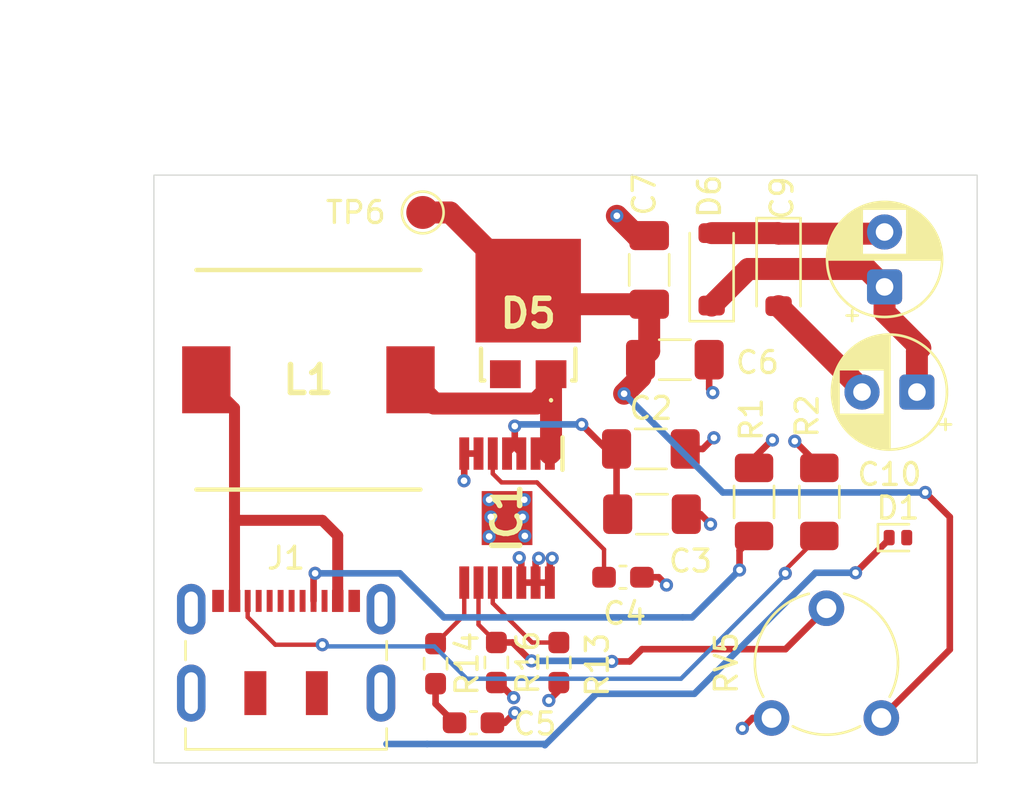
<source format=kicad_pcb>
(kicad_pcb (version 20241229) (generator "pcbnew") (generator_version "9.0")
  (layers (0 "F.Cu" signal) (4 "In1.Cu" power) (6 "In2.Cu" power) (2 "B.Cu" signal) (13 "F.Paste" user) (15 "B.Paste" user) (5 "F.SilkS" user "F.Silkscreen") (7 "B.SilkS" user "B.Silkscreen") (1 "F.Mask" user) (3 "B.Mask" user) (25 "Edge.Cuts" user))
  (net 0 "")
  (net 1 "5 V")
  (net 2 "GND")
  (net 3 "Net-(IC1-SS)")
  (net 4 "Net-(C5-Pad1)")
  (net 5 "25V")
  (net 6 "Net-(D5-A_1)")
  (net 7 "Net-(D6-A)")
  (net 8 "-25V")
  (net 10 "Net-(IC1-FB)")
  (net 12 "Net-(IC1-COMP)")
  (net 13 "Net-(IC1-FREQ)")
  (net 14 "Net-(J1-GND-PadA1)")
  (net 16 "Net-(J1-CC2)")
  (net 17 "Net-(J1-CC1)")
  (footprint "Capacitor_SMD:C_1206_3216Metric_Pad1.33x1.80mm_HandSolder" (layer "F.Cu") (at 145.923 64.5414)
    (property "Reference" "C6" (at 3.7592 0.127 0) (layer "F.SilkS"))
    (property "Value" "4u7")
    (pad "1" smd roundrect (at -1.5625 0) (size 1.325 1.8) (layers "F.Cu" "F.Mask" "F.Paste") (roundrect_rratio 0.188679) (net 5 "25V"))
    (pad "2" smd roundrect (at 1.5625 0) (size 1.325 1.8) (layers "F.Cu" "F.Mask" "F.Paste") (roundrect_rratio 0.188679) (net 2 "GND"))
  )
  (footprint "TestPoint:TestPoint_Pad_D1.5mm" (layer "F.Cu") (at 134.4422 57.8358)
    (property "Reference" "TP6" (at -3.048 0 0) (layer "F.SilkS"))
    (property "Value" "TestPoint" (hide yes))
    (pad "1" smd circle (at 0 0) (size 1.5 1.5) (layers "F.Cu" "F.Mask") (net 5 "25V"))
  )
  (footprint "Capacitor_SMD:C_0603_1608Metric_Pad1.08x0.95mm_HandSolder" (layer "F.Cu") (at 136.7536 81.0768)
    (property "Reference" "C5" (at 2.794 0.0508 0) (layer "F.SilkS"))
    (property "Value" "1n")
    (pad "1" smd roundrect (at -0.8625 0) (size 1.075 0.95) (layers "F.Cu" "F.Mask" "F.Paste") (net 4 "Net-(C5-Pad1)"))
    (pad "2" smd roundrect (at 0.8625 0) (size 1.075 0.95) (layers "F.Cu" "F.Mask" "F.Paste") (net 2 "GND"))
  )
  (footprint "Capacitor_THT:CP_Radial_D5.0mm_P2.50mm" (layer "F.Cu") (at 155.4734 61.225313 90)
    (property "Reference" "C9" (at 4.049913 -4.6736 90) (layer "F.SilkS"))
    (property "Value" "100n")
    (pad "1" thru_hole roundrect (at 0 0 90) (size 1.6 1.6) (drill 0.8) (layers "*.Cu" "*.Mask") (roundrect_rratio 0.15625) (net 6 "Net-(D5-A_1)"))
    (pad "2" thru_hole circle (at 2.5 0 90) (size 1.6 1.6) (drill 0.8) (layers "*.Cu" "*.Mask") (net 7 "Net-(D6-A)"))
  )
  (footprint "Resistor_SMD:R_1206_3216Metric_Pad1.30x1.75mm_HandSolder" (layer "F.Cu") (at 149.5298 71.0184 90)
    (property "Reference" "R1" (at 3.7592 -0.127 90) (layer "F.SilkS"))
    (property "Value" "5k1")
    (pad "1" smd roundrect (at -1.55 0 90) (size 1.3 1.75) (layers "F.Cu" "F.Mask" "F.Paste") (roundrect_rratio 0.192308) (net 16 "Net-(J1-CC2)"))
    (pad "2" smd roundrect (at 1.55 0 90) (size 1.3 1.75) (layers "F.Cu" "F.Mask" "F.Paste") (roundrect_rratio 0.192308) (net 2 "GND"))
  )
  (footprint "Capacitor_SMD:C_1206_3216Metric_Pad1.33x1.80mm_HandSolder" (layer "F.Cu") (at 144.8308 68.6054)
    (property "Reference" "C2" (at 0 -1.85 0) (layer "F.SilkS"))
    (property "Value" "4u7")
    (pad "1" smd roundrect (at -1.5625 0) (size 1.325 1.8) (layers "F.Cu" "F.Mask" "F.Paste") (roundrect_rratio 0.188679) (net 1 "5 V"))
    (pad "2" smd roundrect (at 1.5625 0) (size 1.325 1.8) (layers "F.Cu" "F.Mask" "F.Paste") (roundrect_rratio 0.188679) (net 2 "GND"))
  )
  (footprint "Potentiometer_THT:Potentiometer_Piher_PT-6-V_Vertical" (layer "F.Cu") (at 155.3268 80.859 90)
    (property "Reference" "RV5" (at 2.5 -7.06 90) (layer "F.SilkS"))
    (property "Value" "R_Potentiometer")
    (pad "1" thru_hole circle (at 0 0 90) (size 1.62 1.62) (drill 0.9) (layers "*.Cu" "*.Mask") (net 5 "25V"))
    (pad "2" thru_hole circle (at 5 -2.5 90) (size 1.62 1.62) (drill 0.9) (layers "*.Cu" "*.Mask") (net 10 "Net-(IC1-FB)"))
    (pad "3" thru_hole circle (at 0 -5 90) (size 1.62 1.62) (drill 0.9) (layers "*.Cu" "*.Mask") (net 2 "GND"))
  )
  (footprint "Capacitor_THT:CP_Radial_D5.0mm_P2.50mm" (layer "F.Cu") (at 156.9466 66.0146 180)
    (property "Reference" "C10" (at 1.25 -3.75 0) (layer "F.SilkS"))
    (property "Value" "100n")
    (pad "1" thru_hole roundrect (at 0 0 180) (size 1.6 1.6) (drill 0.8) (layers "*.Cu" "*.Mask") (roundrect_rratio 0.15625) (net 6 "Net-(D5-A_1)"))
    (pad "2" thru_hole circle (at 2.5 0 180) (size 1.6 1.6) (drill 0.8) (layers "*.Cu" "*.Mask") (net 8 "-25V"))
  )
  (footprint "Diode_SMD:D_SOD-882D" (layer "F.Cu") (at 156.083 72.644)
    (property "Reference" "D1" (at 0 -1.35 0) (layer "F.SilkS"))
    (property "Value" "PESD5V0L1ULD")
    (pad "1" smd roundrect (at -0.4 0) (size 0.5 0.7) (layers "F.Cu" "F.Mask") (net 1 "5 V"))
    (pad "2" smd roundrect (at 0.4 0) (size 0.5 0.7) (layers "F.Cu" "F.Mask") (net 2 "GND"))
  )
  (footprint "Capacitor_SMD:C_1206_3216Metric_Pad1.33x1.80mm_HandSolder" (layer "F.Cu") (at 144.8816 71.5772)
    (property "Reference" "C3" (at 1.7526 2.1336 0) (layer "F.SilkS"))
    (property "Value" "4u7")
    (pad "1" smd roundrect (at -1.5625 0) (size 1.325 1.8) (layers "F.Cu" "F.Mask" "F.Paste") (roundrect_rratio 0.188679) (net 1 "5 V"))
    (pad "2" smd roundrect (at 1.5625 0) (size 1.325 1.8) (layers "F.Cu" "F.Mask" "F.Paste") (roundrect_rratio 0.188679) (net 2 "GND"))
  )
  (footprint "Amjad_lib:SOP65P640X120-15N" (layer "F.Cu") (at 138.2812 71.75395 -90)
    (property "Reference" "IC1" (at 0 0 90) (layer "F.SilkS") (effects (font (size 1.27 1.27) (thickness 0.254))))
    (property "Value" "TPS61175QPWPRQ1" (hide yes))
    (pad "1" smd rect (at -2.938 -1.95) (size 0.45 1.475) (layers "F.Cu" "F.Mask" "F.Paste") (net 6 "Net-(D5-A_1)"))
    (pad "2" smd rect (at -2.938 -1.3) (size 0.45 1.475) (layers "F.Cu" "F.Mask" "F.Paste") (net 6 "Net-(D5-A_1)"))
    (pad "3" smd rect (at -2.938 -0.65) (size 0.45 1.475) (layers "F.Cu" "F.Mask" "F.Paste") (net 1 "5 V"))
    (pad "4" smd rect (at -2.938 0) (size 0.45 1.475) (layers "F.Cu" "F.Mask" "F.Paste") (net 1 "5 V"))
    (pad "5" smd rect (at -2.938 0.65) (size 0.45 1.475) (layers "F.Cu" "F.Mask" "F.Paste") (net 3 "Net-(IC1-SS)"))
    (pad "6" smd rect (at -2.938 1.3) (size 0.45 1.475) (layers "F.Cu" "F.Mask" "F.Paste") (net 2 "GND"))
    (pad "7" smd rect (at -2.938 1.95) (size 0.45 1.475) (layers "F.Cu" "F.Mask" "F.Paste") (net 2 "GND"))
    (pad "8" smd rect (at 2.938 1.95) (size 0.45 1.475) (layers "F.Cu" "F.Mask" "F.Paste") (net 12 "Net-(IC1-COMP)"))
    (pad "9" smd rect (at 2.938 1.3) (size 0.45 1.475) (layers "F.Cu" "F.Mask" "F.Paste") (net 10 "Net-(IC1-FB)"))
    (pad "10" smd rect (at 2.938 0.65) (size 0.45 1.475) (layers "F.Cu" "F.Mask" "F.Paste") (net 13 "Net-(IC1-FREQ)"))
    (pad "11" smd rect (at 2.938 0) (size 0.45 1.475) (layers "F.Cu" "F.Mask" "F.Paste"))
    (pad "12" smd rect (at 2.938 -0.65) (size 0.45 1.475) (layers "F.Cu" "F.Mask" "F.Paste") (net 2 "GND"))
    (pad "13" smd rect (at 2.938 -1.3) (size 0.45 1.475) (layers "F.Cu" "F.Mask" "F.Paste") (net 2 "GND"))
    (pad "14" smd rect (at 2.938 -1.95) (size 0.45 1.475) (layers "F.Cu" "F.Mask" "F.Paste") (net 2 "GND"))
    (pad "15" smd rect (at 0 0) (size 2.31 2.46) (layers "F.Cu" "F.Mask" "F.Paste") (net 2 "GND"))
  )
  (footprint "Connector_USB:USB_C_Receptacle_JAE_DX07S016JA1R1500" (layer "F.Cu") (at 128.2192 78.5756)
    (property "Reference" "J1" (at 0 -5 0) (layer "F.SilkS"))
    (property "Value" "USB_C_Receptacle_PowerOnly_24P")
    (pad "" np_thru_hole circle (at -3 -1.95) (size 0.6 0.6) (drill 0.6) (layers "F&B.Cu" "*.Mask"))
    (pad "" smd rect (at -1.4 1.15) (size 1 2) (layers "F.Cu" "F.Mask" "F.Paste"))
    (pad "" smd rect (at 1.4 1.15) (size 1 2) (layers "F.Cu" "F.Mask" "F.Paste"))
    (pad "" np_thru_hole oval (at 3 -1.95) (size 0.85 0.6) (drill oval 0.85 0.6) (layers "F&B.Cu" "*.Mask"))
    (pad "A1" smd rect (at -3.1 -3.05) (size 0.52 1) (layers "F.Cu" "F.Mask" "F.Paste") (net 14 "Net-(J1-GND-PadA1)"))
    (pad "A4" smd rect (at -2.35 -3.05) (size 0.52 1) (layers "F.Cu" "F.Mask" "F.Paste") (net 1 "5 V"))
    (pad "A5" smd rect (at -1.75 -3.05) (size 0.27 1) (layers "F.Cu" "F.Mask" "F.Paste") (net 17 "Net-(J1-CC1)"))
    (pad "A6" smd rect (at -0.25 -3.05) (size 0.27 1) (layers "F.Cu" "F.Mask" "F.Paste"))
    (pad "A7" smd rect (at 0.75 -3.05) (size 0.27 1) (layers "F.Cu" "F.Mask" "F.Paste"))
    (pad "A8" smd rect (at 1.75 -3.05) (size 0.27 1) (layers "F.Cu" "F.Mask" "F.Paste"))
    (pad "A9" smd rect (at 2.35 -3.05) (size 0.52 1) (layers "F.Cu" "F.Mask" "F.Paste") (net 1 "5 V"))
    (pad "A12" smd rect (at 3.1 -3.05) (size 0.52 1) (layers "F.Cu" "F.Mask" "F.Paste") (net 14 "Net-(J1-GND-PadA1)"))
    (pad "B1" smd rect (at 3.1 -3.05) (size 0.52 1) (layers "F.Cu" "F.Mask" "F.Paste") (net 14 "Net-(J1-GND-PadA1)"))
    (pad "B4" smd rect (at 2.35 -3.05) (size 0.52 1) (layers "F.Cu" "F.Mask" "F.Paste") (net 1 "5 V"))
    (pad "B5" smd rect (at 1.25 -3.05) (size 0.27 1) (layers "F.Cu" "F.Mask" "F.Paste") (net 16 "Net-(J1-CC2)"))
    (pad "B6" smd rect (at 0.25 -3.05) (size 0.27 1) (layers "F.Cu" "F.Mask" "F.Paste"))
    (pad "B7" smd rect (at -0.75 -3.05) (size 0.27 1) (layers "F.Cu" "F.Mask" "F.Paste"))
    (pad "B8" smd rect (at -1.25 -3.05) (size 0.27 1) (layers "F.Cu" "F.Mask" "F.Paste"))
    (pad "B9" smd rect (at -2.35 -3.05) (size 0.52 1) (layers "F.Cu" "F.Mask" "F.Paste") (net 1 "5 V"))
    (pad "B12" smd rect (at -3.1 -3.05) (size 0.52 1) (layers "F.Cu" "F.Mask" "F.Paste") (net 14 "Net-(J1-GND-PadA1)"))
    (pad "S1" thru_hole oval (at -4.32 -2.675) (size 1.3 2.3) (drill oval 0.6 1.6) (property pad_prop_heatsink) (layers "*.Cu" "*.Mask"))
    (pad "S1" thru_hole oval (at -4.32 1.15) (size 1.3 2.6) (drill oval 0.6 1.9) (property pad_prop_heatsink) (layers "*.Cu" "*.Mask"))
    (pad "S1" thru_hole oval (at 4.32 -2.675) (size 1.3 2.3) (drill oval 0.6 1.6) (property pad_prop_heatsink) (layers "*.Cu" "*.Mask"))
    (pad "S1" thru_hole oval (at 4.32 1.15) (size 1.3 2.6) (drill oval 0.6 1.9) (property pad_prop_heatsink) (layers "*.Cu" "*.Mask"))
  )
  (footprint "Resistor_SMD:R_1206_3216Metric_Pad1.30x1.75mm_HandSolder" (layer "F.Cu") (at 152.5016 71.0184 90)
    (property "Reference" "R2" (at 3.9116 -0.5588 90) (layer "F.SilkS"))
    (property "Value" "5k1")
    (pad "1" smd roundrect (at -1.55 0 90) (size 1.3 1.75) (layers "F.Cu" "F.Mask" "F.Paste") (roundrect_rratio 0.192308) (net 17 "Net-(J1-CC1)"))
    (pad "2" smd roundrect (at 1.55 0 90) (size 1.3 1.75) (layers "F.Cu" "F.Mask" "F.Paste") (roundrect_rratio 0.192308) (net 2 "GND"))
  )
  (footprint "Diode_SMD:D_SOD-123" (layer "F.Cu") (at 147.5994 60.4266 90)
    (property "Reference" "D6" (at 3.3274 -0.1016 90) (layer "F.SilkS"))
    (property "Value" "MBR0520" (hide yes))
    (pad "1" smd roundrect (at -1.65 0 90) (size 0.9 1.2) (layers "F.Cu" "F.Mask" "F.Paste") (net 6 "Net-(D5-A_1)"))
    (pad "2" smd roundrect (at 1.65 0 90) (size 0.9 1.2) (layers "F.Cu" "F.Mask" "F.Paste") (net 7 "Net-(D6-A)"))
  )
  (footprint "Amjad_lib:INDPM102100X510N_Spule" (layer "F.Cu") (at 129.2352 65.4558)
    (property "Reference" "L1" (at 0 0 0) (layer "F.SilkS") (effects (font (size 1.27 1.27) (thickness 0.254))))
    (property "Value" "CDRH105RNP-220NC" (hide yes))
    (pad "1" smd rect (at -4.65 0) (size 2.2 3.05) (layers "F.Cu" "F.Mask" "F.Paste") (net 1 "5 V"))
    (pad "2" smd rect (at 4.65 0) (size 2.2 3.05) (layers "F.Cu" "F.Mask" "F.Paste") (net 6 "Net-(D5-A_1)"))
  )
  (footprint "Amjad_lib:SS3P6LE386A" (layer "F.Cu") (at 139.2442 62.4368)
    (property "Reference" "D5" (at 0 0 0) (layer "F.SilkS") (effects (font (size 1.27 1.27) (thickness 0.254))))
    (property "Value" "SS3P6L-E3_86A" (hide yes))
    (pad "1" smd rect (at 1.04 2.765 90) (size 1.27 1.4) (layers "F.Cu" "F.Mask" "F.Paste") (net 6 "Net-(D5-A_1)"))
    (pad "2" smd rect (at -1.04 2.765 90) (size 1.27 1.4) (layers "F.Cu" "F.Mask" "F.Paste"))
    (pad "3" smd rect (at 0 -1.04 90) (size 4.72 4.8) (layers "F.Cu" "F.Mask" "F.Paste") (net 5 "25V"))
  )
  (footprint "Resistor_SMD:R_0603_1608Metric_Pad0.98x0.95mm_HandSolder" (layer "F.Cu") (at 137.795 78.3317 -90)
    (property "Reference" "R16" (at 0 -1.43 90) (layer "F.SilkS"))
    (property "Value" "10K")
    (pad "1" smd roundrect (at -0.9125 0 270) (size 0.975 0.95) (layers "F.Cu" "F.Mask" "F.Paste") (net 10 "Net-(IC1-FB)"))
    (pad "2" smd roundrect (at 0.9125 0 270) (size 0.975 0.95) (layers "F.Cu" "F.Mask" "F.Paste") (net 2 "GND"))
  )
  (footprint "Resistor_SMD:R_0603_1608Metric_Pad0.98x0.95mm_HandSolder" (layer "F.Cu") (at 135.0264 78.3844 -90)
    (property "Reference" "R14" (at 0 -1.43 90) (layer "F.SilkS"))
    (property "Value" "1k")
    (pad "1" smd roundrect (at -0.9125 0 270) (size 0.975 0.95) (layers "F.Cu" "F.Mask" "F.Paste") (net 12 "Net-(IC1-COMP)"))
    (pad "2" smd roundrect (at 0.9125 0 270) (size 0.975 0.95) (layers "F.Cu" "F.Mask" "F.Paste") (net 4 "Net-(C5-Pad1)"))
  )
  (footprint "Resistor_SMD:R_0603_1608Metric_Pad0.98x0.95mm_HandSolder" (layer "F.Cu") (at 140.6398 78.3336 -90)
    (property "Reference" "R13" (at 0.1016 -1.7526 90) (layer "F.SilkS"))
    (property "Value" "51k")
    (pad "1" smd roundrect (at -0.9125 0 270) (size 0.975 0.95) (layers "F.Cu" "F.Mask" "F.Paste") (net 13 "Net-(IC1-FREQ)"))
    (pad "2" smd roundrect (at 0.9125 0 270) (size 0.975 0.95) (layers "F.Cu" "F.Mask" "F.Paste") (net 2 "GND"))
  )
  (footprint "Capacitor_SMD:C_0603_1608Metric_Pad1.08x0.95mm_HandSolder" (layer "F.Cu") (at 143.5608 74.4474)
    (property "Reference" "C4" (at 0.0762 1.651 0) (layer "F.SilkS"))
    (property "Value" "100n")
    (pad "1" smd roundrect (at -0.8625 0) (size 1.075 0.95) (layers "F.Cu" "F.Mask" "F.Paste") (net 3 "Net-(IC1-SS)"))
    (pad "2" smd roundrect (at 0.8625 0) (size 1.075 0.95) (layers "F.Cu" "F.Mask" "F.Paste") (net 2 "GND"))
  )
  (footprint "Diode_SMD:D_SOD-123" (layer "F.Cu") (at 150.6474 60.452 -90)
    (property "Reference" "D7" (hide yes))
    (property "Value" "MBR0520" (hide yes))
    (pad "1" smd roundrect (at -1.65 0 270) (size 0.9 1.2) (layers "F.Cu" "F.Mask" "F.Paste") (net 7 "Net-(D6-A)"))
    (pad "2" smd roundrect (at 1.65 0 270) (size 0.9 1.2) (layers "F.Cu" "F.Mask" "F.Paste") (net 8 "-25V"))
  )
  (footprint "Capacitor_SMD:C_1206_3216Metric_Pad1.33x1.80mm_HandSolder" (layer "F.Cu") (at 144.7546 60.452 90)
    (property "Reference" "C7" (at 3.4544 -0.2286 90) (layer "F.SilkS"))
    (property "Value" "4u7")
    (pad "1" smd roundrect (at -1.5625 0 90) (size 1.325 1.8) (layers "F.Cu" "F.Mask" "F.Paste") (roundrect_rratio 0.188679) (net 5 "25V"))
    (pad "2" smd roundrect (at 1.5625 0 90) (size 1.325 1.8) (layers "F.Cu" "F.Mask" "F.Paste") (roundrect_rratio 0.188679) (net 2 "GND"))
  )
  (gr_rect (start 122.1994 56.134) (end 159.6898 82.9056) (stroke (width 0.05)) (fill no) (layer "Edge.Cuts"))
  (segment (start 138.6332 68.51795) (end 138.9312 68.81595) (width 0.3) (layer "F.Cu") (net 1))
  (segment (start 143.2683 68.6054) (end 143.2683 71.5264) (width 0.3) (layer "F.Cu") (net 1))
  (segment (start 129.8702 71.8566) (end 125.8692 71.8566) (width 0.5) (layer "F.Cu") (net 1))
  (segment (start 130.5692 75.5256) (end 130.5692 72.5556) (width 0.5) (layer "F.Cu") (net 1))
  (segment (start 125.8692 71.8566) (end 125.8692 66.7398) (width 0.5) (layer "F.Cu") (net 1))
  (segment (start 125.8692 75.5256) (end 125.8692 71.8566) (width 0.5) (layer "F.Cu") (net 1))
  (segment (start 138.6332 68.46395) (end 138.2812 68.81595) (width 0.3) (layer "F.Cu") (net 1))
  (segment (start 142.7988 68.6054) (end 141.6812 67.4878) (width 0.3) (layer "F.Cu") (net 1))
  (segment (start 143.2683 71.5264) (end 143.3191 71.5772) (width 0.3) (layer "F.Cu") (net 1))
  (segment (start 138.6332 68.1736) (end 138.6332 68.46395) (width 0.3) (layer "F.Cu") (net 1))
  (segment (start 130.5692 72.5556) (end 129.8702 71.8566) (width 0.5) (layer "F.Cu") (net 1))
  (segment (start 138.6332 68.1736) (end 138.6332 68.51795) (width 0.3) (layer "F.Cu") (net 1))
  (segment (start 143.2683 68.6054) (end 142.7988 68.6054) (width 0.3) (layer "F.Cu") (net 1))
  (segment (start 125.8692 66.7398) (end 124.5852 65.4558) (width 0.5) (layer "F.Cu") (net 1))
  (segment (start 155.683 72.7138) (end 154.1526 74.2442) (width 0.3) (layer "F.Cu") (net 1))
  (segment (start 138.6332 67.564) (end 138.6332 68.1736) (width 0.3) (layer "F.Cu") (net 1))
  (segment (start 155.683 72.644) (end 155.683 72.7138) (width 0.3) (layer "F.Cu") (net 1))
  (via (at 141.6812 67.4878) (size 0.6) (drill 0.3) (layers "F.Cu" "B.Cu") (net 1))
  (via (at 138.6332 67.564) (size 0.6) (drill 0.3) (layers "F.Cu" "B.Cu") (net 1))
  (via (at 154.1526 74.2442) (size 0.6) (drill 0.3) (layers "F.Cu" "B.Cu") (net 1))
  (segment (start 152.3238 74.2442) (end 146.812 79.756) (width 0.3) (layer "B.Cu") (net 1))
  (segment (start 139.954 82.042) (end 134.6454 82.042) (width 0.3) (layer "B.Cu") (net 1))
  (segment (start 140.0048 82.0928) (end 139.954 82.042) (width 0.3) (layer "B.Cu") (net 1))
  (segment (start 146.812 79.756) (end 142.3416 79.756) (width 0.3) (layer "B.Cu") (net 1))
  (segment (start 141.6812 67.4878) (end 138.7094 67.4878) (width 0.3) (layer "B.Cu") (net 1))
  (segment (start 154.1526 74.2442) (end 152.3238 74.2442) (width 0.3) (layer "B.Cu") (net 1))
  (segment (start 138.7094 67.4878) (end 138.6332 67.564) (width 0.3) (layer "B.Cu") (net 1))
  (segment (start 142.3416 79.756) (end 140.0048 82.0928) (width 0.3) (layer "B.Cu") (net 1))
  (segment (start 134.6454 82.042) (end 132.789972 82.042) (width 0.3) (layer "B.Cu") (net 1))
  (segment (start 138.2812 71.75395) (end 138.2812 71.7006) (width 0.3) (layer "F.Cu") (net 2))
  (segment (start 150.3426 68.199) (end 150.368 68.199) (width 0.3) (layer "F.Cu") (net 2))
  (segment (start 149.4682 80.859) (end 148.9964 81.3308) (width 0.3) (layer "F.Cu") (net 2))
  (segment (start 144.1827 58.8895) (end 143.2814 57.9882) (width 1) (layer "F.Cu") (net 2))
  (segment (start 146.4441 71.5772) (end 147.0914 71.5772) (width 0.3) (layer "F.Cu") (net 2))
  (segment (start 137.6161 81.0768) (end 138.176 81.0768) (width 0.3) (layer "F.Cu") (net 2))
  (segment (start 140.6398 79.2461) (end 140.6398 79.6036) (width 0.3) (layer "F.Cu") (net 2))
  (segment (start 136.9812 68.81595) (end 136.3312 68.81595) (width 0.3) (layer "F.Cu") (net 2))
  (segment (start 138.2812 71.7332) (end 137.4648 70.9168) (width 0.3) (layer "F.Cu") (net 2))
  (segment (start 140.6398 79.6036) (end 140.1826 80.0608) (width 0.3) (layer "F.Cu") (net 2))
  (segment (start 138.2812 71.75395) (end 137.59075 71.75395) (width 0.3) (layer "F.Cu") (net 2))
  (segment (start 138.2812 71.7006) (end 139.065 70.9168) (width 0.3) (layer "F.Cu") (net 2))
  (segment (start 140.2312 73.6876) (end 140.335 73.5838) (width 0.3) (layer "F.Cu") (net 2))
  (segment (start 152.5016 69.4684) (end 152.5016 69.3674) (width 0.3) (layer "F.Cu") (net 2))
  (segment (start 137.795 79.2442) (end 137.8928 79.2442) (width 0.3) (layer "F.Cu") (net 2))
  (segment (start 147.193 68.6054) (end 147.701 68.0974) (width 0.3) (layer "F.Cu") (net 2))
  (segment (start 138.2812 71.7586) (end 139.0904 72.5678) (width 0.3) (layer "F.Cu") (net 2))
  (segment (start 144.7546 58.8895) (end 144.1827 58.8895) (width 1) (layer "F.Cu") (net 2))
  (segment (start 149.5298 69.0118) (end 150.3426 68.199) (width 0.3) (layer "F.Cu") (net 2))
  (segment (start 136.3312 70.0438) (end 136.3218 70.0532) (width 0.3) (layer "F.Cu") (net 2))
  (segment (start 146.3933 68.6054) (end 147.193 68.6054) (width 0.3) (layer "F.Cu") (net 2))
  (segment (start 138.2812 71.7768) (end 137.4648 72.5932) (width 0.3) (layer "F.Cu") (net 2))
  (segment (start 139.5812 74.69195) (end 139.5812 73.728) (width 0.3) (layer "F.Cu") (net 2))
  (segment (start 138.2812 71.75395) (end 138.2812 71.7332) (width 0.3) (layer "F.Cu") (net 2))
  (segment (start 138.2812 71.75395) (end 138.93905 71.75395) (width 0.3) (layer "F.Cu") (net 2))
  (segment (start 139.5812 73.728) (end 139.7254 73.5838) (width 0.3) (layer "F.Cu") (net 2))
  (segment (start 136.3312 68.81595) (end 136.3312 70.0438) (width 0.3) (layer "F.Cu") (net 2))
  (segment (start 138.9312 73.6532) (end 138.8364 73.5584) (width 0.3) (layer "F.Cu") (net 2))
  (segment (start 152.5016 69.3674) (end 151.384 68.2498) (width 0.3) (layer "F.Cu") (net 2))
  (segment (start 147.0914 71.5772) (end 147.5486 72.0344) (width 0.3) (layer "F.Cu") (net 2))
  (segment (start 147.4855 65.8753) (end 147.6502 66.04) (width 0.3) (layer "F.Cu") (net 2))
  (segment (start 140.2312 74.69195) (end 138.9312 74.69195) (width 0.3) (layer "F.Cu") (net 2))
  (segment (start 145.1864 74.4474) (end 145.542 74.803) (width 0.3) (layer "F.Cu") (net 2))
  (segment (start 138.176 81.0768) (end 138.6332 80.6196) (width 0.3) (layer "F.Cu") (net 2))
  (segment (start 137.8928 79.2442) (end 138.5824 79.9338) (width 0.3) (layer "F.Cu") (net 2))
  (segment (start 149.5298 69.4684) (end 149.5298 69.0118) (width 0.3) (layer "F.Cu") (net 2))
  (segment (start 138.2812 71.75395) (end 138.2812 71.7768) (width 0.3) (layer "F.Cu") (net 2))
  (segment (start 140.2312 74.69195) (end 140.2312 73.6876) (width 0.3) (layer "F.Cu") (net 2))
  (segment (start 137.59075 71.75395) (end 137.541 71.7042) (width 0.3) (layer "F.Cu") (net 2))
  (segment (start 150.3268 80.859) (end 149.4682 80.859) (width 0.3) (layer "F.Cu") (net 2))
  (segment (start 138.93905 71.75395) (end 138.9888 71.7042) (width 0.3) (layer "F.Cu") (net 2))
  (segment (start 138.2812 71.75395) (end 138.2812 71.7586) (width 0.3) (layer "F.Cu") (net 2))
  (segment (start 147.4855 64.5414) (end 147.4855 65.8753) (width 0.3) (layer "F.Cu") (net 2))
  (segment (start 144.4233 74.4474) (end 145.1864 74.4474) (width 0.3) (layer "F.Cu") (net 2))
  (segment (start 138.9312 74.69195) (end 138.9312 73.6532) (width 0.3) (layer "F.Cu") (net 2))
  (via (at 151.384 68.2498) (size 0.6) (drill 0.3) (layers "F.Cu" "B.Cu") (net 2))
  (via (at 145.542 74.803) (size 0.6) (drill 0.3) (layers "F.Cu" "B.Cu") (net 2))
  (via (at 150.368 68.199) (size 0.6) (drill 0.3) (layers "F.Cu" "B.Cu") (net 2))
  (via (at 139.0904 72.5678) (size 0.6) (drill 0.3) (layers "F.Cu" "B.Cu") (net 2))
  (via (at 147.701 68.0974) (size 0.6) (drill 0.3) (layers "F.Cu" "B.Cu") (net 2))
  (via (at 138.5824 79.9338) (size 0.6) (drill 0.3) (layers "F.Cu" "B.Cu") (net 2))
  (via (at 137.4648 72.5932) (size 0.6) (drill 0.3) (layers "F.Cu" "B.Cu") (net 2))
  (via (at 138.8364 73.5584) (size 0.6) (drill 0.3) (layers "F.Cu" "B.Cu") (net 2))
  (via (at 138.9888 71.7042) (size 0.6) (drill 0.3) (layers "F.Cu" "B.Cu") (net 2))
  (via (at 139.7254 73.5838) (size 0.6) (drill 0.3) (layers "F.Cu" "B.Cu") (net 2))
  (via (at 143.2814 57.9882) (size 0.6) (drill 0.3) (layers "F.Cu" "B.Cu") (net 2))
  (via (at 140.1826 80.0608) (size 0.6) (drill 0.3) (layers "F.Cu" "B.Cu") (net 2))
  (via (at 148.9964 81.3308) (size 0.6) (drill 0.3) (layers "F.Cu" "B.Cu") (net 2))
  (via (at 137.541 71.7042) (size 0.6) (drill 0.3) (layers "F.Cu" "B.Cu") (net 2))
  (via (at 139.065 70.9168) (size 0.6) (drill 0.3) (layers "F.Cu" "B.Cu") (net 2))
  (via (at 136.3218 70.0532) (size 0.6) (drill 0.3) (layers "F.Cu" "B.Cu") (net 2))
  (via (at 138.6332 80.6196) (size 0.6) (drill 0.3) (layers "F.Cu" "B.Cu") (net 2))
  (via (at 147.5486 72.0344) (size 0.6) (drill 0.3) (layers "F.Cu" "B.Cu") (net 2))
  (via (at 147.6502 66.04) (size 0.6) (drill 0.3) (layers "F.Cu" "B.Cu") (net 2))
  (via (at 137.4648 70.9168) (size 0.6) (drill 0.3) (layers "F.Cu" "B.Cu") (net 2))
  (via (at 140.335 73.5838) (size 0.6) (drill 0.3) (layers "F.Cu" "B.Cu") (net 2))
  (segment (start 142.6983 74.4474) (end 142.6983 73.18405) (width 0.2) (layer "F.Cu") (net 3))
  (segment (start 142.6983 73.18405) (end 139.64365 70.1294) (width 0.2) (layer "F.Cu") (net 3))
  (segment (start 137.6312 69.73045) (end 137.6312 68.81595) (width 0.2) (layer "F.Cu") (net 3))
  (segment (start 139.64365 70.1294) (end 138.03015 70.1294) (width 0.2) (layer "F.Cu") (net 3))
  (segment (start 138.03015 70.1294) (end 137.6312 69.73045) (width 0.2) (layer "F.Cu") (net 3))
  (segment (start 135.0264 79.2969) (end 135.0264 80.2121) (width 0.3) (layer "F.Cu") (net 4))
  (segment (start 135.0264 80.2121) (end 135.8911 81.0768) (width 0.3) (layer "F.Cu") (net 4))
  (segment (start 144.7546 62.0145) (end 139.8619 62.0145) (width 1) (layer "F.Cu") (net 5))
  (segment (start 158.4452 71.7042) (end 157.3276 70.5866) (width 0.3) (layer "F.Cu") (net 5))
  (segment (start 134.4422 57.8358) (end 135.6832 57.8358) (width 1) (layer "F.Cu") (net 5))
  (segment (start 144.7546 62.0145) (end 144.7546 64.1473) (width 1) (layer "F.Cu") (net 5))
  (segment (start 144.3605 64.5414) (end 144.3605 65.3419) (width 1) (layer "F.Cu") (net 5))
  (segment (start 158.4452 77.7406) (end 158.4452 71.7042) (width 0.3) (layer "F.Cu") (net 5))
  (segment (start 144.3605 65.3419) (end 143.6116 66.0908) (width 1) (layer "F.Cu") (net 5))
  (segment (start 144.7546 64.1473) (end 144.3605 64.5414) (width 1) (layer "F.Cu") (net 5))
  (segment (start 139.8619 62.0145) (end 139.2442 61.3968) (width 1) (layer "F.Cu") (net 5))
  (segment (start 155.3268 80.859) (end 158.4452 77.7406) (width 0.3) (layer "F.Cu") (net 5))
  (segment (start 135.6832 57.8358) (end 139.2442 61.3968) (width 1) (layer "F.Cu") (net 5))
  (via (at 143.6116 66.0908) (size 0.6) (drill 0.3) (layers "F.Cu" "B.Cu") (net 5))
  (via (at 157.3276 70.5866) (size 0.6) (drill 0.3) (layers "F.Cu" "B.Cu") (net 5))
  (segment (start 148.1074 70.5866) (end 143.6116 66.0908) (width 0.3) (layer "B.Cu") (net 5))
  (segment (start 157.3276 70.5866) (end 148.1074 70.5866) (width 0.3) (layer "B.Cu") (net 5))
  (segment (start 133.8852 65.4558) (end 134.9672 66.5378) (width 1) (layer "F.Cu") (net 6))
  (segment (start 140.2842 65.2018) (end 140.2842 68.76295) (width 1) (layer "F.Cu") (net 6))
  (segment (start 157.099 64.008) (end 156.9466 64.1604) (width 1) (layer "F.Cu") (net 6))
  (segment (start 155.4734 61.225313) (end 155.4734 62.3824) (width 1) (layer "F.Cu") (net 6))
  (segment (start 154.657487 60.4094) (end 155.4734 61.225313) (width 1) (layer "F.Cu") (net 6))
  (segment (start 140.2842 68.76295) (end 140.2312 68.81595) (width 1) (layer "F.Cu") (net 6))
  (segment (start 149.2666 60.4094) (end 154.657487 60.4094) (width 1) (layer "F.Cu") (net 6))
  (segment (start 147.5994 62.0766) (end 149.2666 60.4094) (width 1) (layer "F.Cu") (net 6))
  (segment (start 140.2842 65.8588) (end 140.2842 65.2018) (width 1) (layer "F.Cu") (net 6))
  (segment (start 139.6052 66.5378) (end 140.2842 65.8588) (width 1) (layer "F.Cu") (net 6))
  (segment (start 134.9672 66.5378) (end 139.6052 66.5378) (width 1) (layer "F.Cu") (net 6))
  (segment (start 155.4734 62.3824) (end 157.099 64.008) (width 1) (layer "F.Cu") (net 6))
  (segment (start 156.9466 64.1604) (end 156.9466 66.0146) (width 1) (layer "F.Cu") (net 6))
  (segment (start 150.6474 58.802) (end 155.396713 58.802) (width 1) (layer "F.Cu") (net 7))
  (segment (start 155.396713 58.802) (end 155.4734 58.725313) (width 1) (layer "F.Cu") (net 7))
  (segment (start 147.5994 58.7766) (end 150.622 58.7766) (width 1) (layer "F.Cu") (net 7))
  (segment (start 150.622 58.7766) (end 150.6474 58.802) (width 1) (layer "F.Cu") (net 7))
  (segment (start 154.4466 65.9012) (end 150.6474 62.102) (width 1) (layer "F.Cu") (net 8))
  (segment (start 154.4466 66.0146) (end 154.4466 65.9012) (width 1) (layer "F.Cu") (net 8))
  (segment (start 136.9812 74.69195) (end 136.9812 76.6054) (width 0.2) (layer "F.Cu") (net 10))
  (segment (start 136.9812 76.6054) (end 137.795 77.4192) (width 0.2) (layer "F.Cu") (net 10))
  (segment (start 144.4244 77.724) (end 143.8656 78.2828) (width 0.3) (layer "F.Cu") (net 10))
  (segment (start 139.3952 78.2828) (end 138.5316 77.4192) (width 0.3) (layer "F.Cu") (net 10))
  (segment (start 143.0528 78.2828) (end 143.8656 78.2828) (width 0.3) (layer "F.Cu") (net 10))
  (segment (start 138.5316 77.4192) (end 137.795 77.4192) (width 0.3) (layer "F.Cu") (net 10))
  (segment (start 152.8268 75.859) (end 150.9618 77.724) (width 0.3) (layer "F.Cu") (net 10))
  (segment (start 150.9618 77.724) (end 144.4244 77.724) (width 0.3) (layer "F.Cu") (net 10))
  (segment (start 139.3952 78.2828) (end 139.3952 78.2574) (width 0.3) (layer "F.Cu") (net 10))
  (via (at 143.0528 78.2828) (size 0.6) (drill 0.3) (layers "F.Cu" "B.Cu") (net 10))
  (via (at 139.3952 78.2574) (size 0.6) (drill 0.3) (layers "F.Cu" "B.Cu") (net 10))
  (segment (start 143.0274 78.2574) (end 143.0528 78.2828) (width 0.3) (layer "B.Cu") (net 10))
  (segment (start 139.3952 78.2574) (end 143.0274 78.2574) (width 0.3) (layer "B.Cu") (net 10))
  (segment (start 136.3312 76.1671) (end 135.0264 77.4719) (width 0.2) (layer "F.Cu") (net 12))
  (segment (start 136.3312 74.69195) (end 136.3312 76.1671) (width 0.2) (layer "F.Cu") (net 12))
  (segment (start 137.6312 75.62945) (end 139.42285 77.4211) (width 0.2) (layer "F.Cu") (net 13))
  (segment (start 139.42285 77.4211) (end 140.6398 77.4211) (width 0.2) (layer "F.Cu") (net 13))
  (segment (start 137.6312 74.69195) (end 137.6312 75.62945) (width 0.2) (layer "F.Cu") (net 13))
  (segment (start 129.4692 75.5256) (end 129.4692 74.3404) (width 0.3) (layer "F.Cu") (net 16))
  (segment (start 129.4692 74.3404) (end 129.54 74.2696) (width 0.3) (layer "F.Cu") (net 16))
  (segment (start 148.8694 73.2288) (end 149.5298 72.5684) (width 0.3) (layer "F.Cu") (net 16))
  (segment (start 148.8694 74.1172) (end 148.8694 73.2288) (width 0.3) (layer "F.Cu") (net 16))
  (via (at 148.8694 74.1172) (size 0.6) (drill 0.3) (layers "F.Cu" "B.Cu") (net 16))
  (via (at 129.54 74.2696) (size 0.6) (drill 0.3) (layers "F.Cu" "B.Cu") (net 16))
  (segment (start 129.54 74.2696) (end 133.4008 74.2696) (width 0.3) (layer "B.Cu") (net 16))
  (segment (start 146.7104 76.2762) (end 148.8694 74.1172) (width 0.3) (layer "B.Cu") (net 16))
  (segment (start 135.2296 76.0984) (end 135.4074 76.2762) (width 0.3) (layer "B.Cu") (net 16))
  (segment (start 133.4008 74.2696) (end 135.2296 76.0984) (width 0.3) (layer "B.Cu") (net 16))
  (segment (start 146.2786 76.2762) (end 146.7104 76.2762) (width 0.3) (layer "B.Cu") (net 16))
  (segment (start 135.4074 76.2762) (end 146.2786 76.2762) (width 0.3) (layer "B.Cu") (net 16))
  (segment (start 126.4692 76.2626) (end 127.7274 77.5208) (width 0.2) (layer "F.Cu") (net 17))
  (segment (start 126.4692 75.5256) (end 126.4692 76.2626) (width 0.2) (layer "F.Cu") (net 17))
  (segment (start 127.7274 77.5208) (end 129.8702 77.5208) (width 0.2) (layer "F.Cu") (net 17))
  (segment (start 150.9522 74.2696) (end 150.9522 74.1178) (width 0.2) (layer "F.Cu") (net 17))
  (segment (start 150.9522 74.1178) (end 152.5016 72.5684) (width 0.2) (layer "F.Cu") (net 17))
  (via (at 129.8702 77.5208) (size 0.6) (drill 0.3) (layers "F.Cu" "B.Cu") (net 17))
  (via (at 150.9522 74.2696) (size 0.6) (drill 0.3) (layers "F.Cu" "B.Cu") (net 17))
  (segment (start 146.2024 79.0702) (end 146.5072 78.7654) (width 0.2) (layer "B.Cu") (net 17))
  (segment (start 136.4488 79.0702) (end 146.2024 79.0702) (width 0.2) (layer "B.Cu") (net 17))
  (segment (start 129.8702 77.5208) (end 129.9464 77.597) (width 0.2) (layer "B.Cu") (net 17))
  (segment (start 150.9522 74.3204) (end 150.9522 74.2696) (width 0.2) (layer "B.Cu") (net 17))
  (segment (start 129.9464 77.597) (end 134.9756 77.597) (width 0.2) (layer "B.Cu") (net 17))
  (segment (start 146.5072 78.7654) (end 150.9522 74.3204) (width 0.2) (layer "B.Cu") (net 17))
  (segment (start 134.9756 77.597) (end 136.4488 79.0702) (width 0.2) (layer "B.Cu") (net 17))
)
</source>
